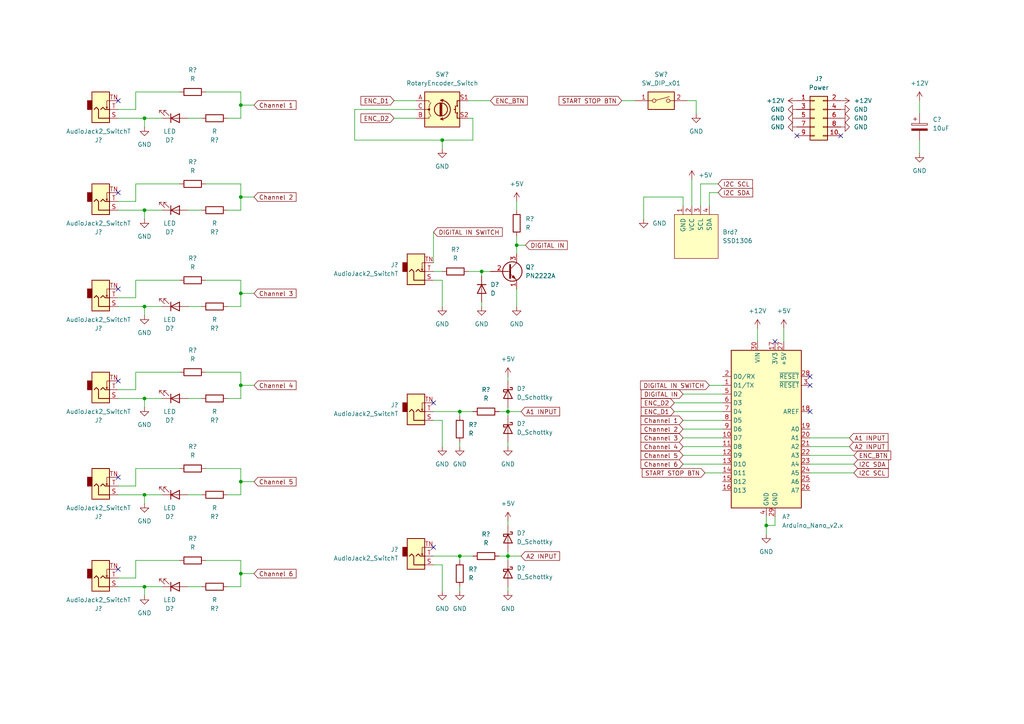
<source format=kicad_sch>
(kicad_sch (version 20211123) (generator eeschema)
  (paper "A4")
  (lib_symbols
    (symbol "Connector:AudioJack2_SwitchT"
      (property "Reference" "J" (at 0 8.89 0))
      (property "Value" "AudioJack2_SwitchT" (at 0 6.35 0))
      (symbol "AudioJack2_SwitchT_0_1"
        (rectangle (start -2.54 0) (end -3.81 -2.54) (stroke (width 0.254)) (fill (type outline)))
        (polyline (pts (xy 1.778 -0.254) (xy 2.032 -0.762)))
        (polyline (pts (xy 0 0) (xy 0.635 -0.635) (xy 1.27 0) (xy 2.54 0)) (stroke (width 0.254)))
        (polyline (pts (xy 2.54 -2.54) (xy 1.778 -2.54) (xy 1.778 -0.254) (xy 1.524 -0.762)))
        (polyline (pts (xy 2.54 2.54) (xy -0.635 2.54) (xy -0.635 0) (xy -1.27 -0.635) (xy -1.905 0)) (stroke (width 0.254)))
        (rectangle (start 2.54 3.81) (end -2.54 -5.08) (stroke (width 0.254)) (fill (type background)))
      )
      (symbol "AudioJack2_SwitchT_1_1"
        (pin passive line (at 5.08 2.54 180) (length 2.54) (name "~") (number "S"))
        (pin passive line (at 5.08 0 180) (length 2.54) (name "~") (number "T"))
        (pin passive line (at 5.08 -2.54 180) (length 2.54) (name "~") (number "TN"))
      )
    )
    (symbol "Connector_Generic:Conn_02x05_Odd_Even" (pin_names (offset 1.016) hide)
      (property "Reference" "J" (at 1.27 7.62 0))
      (property "Value" "Conn_02x05_Odd_Even" (at 1.27 -7.62 0))
      (symbol "Conn_02x05_Odd_Even_1_1"
        (rectangle (start -1.27 -4.953) (end 0 -5.207) (stroke (width 0.1524)))
        (rectangle (start -1.27 -2.413) (end 0 -2.667) (stroke (width 0.1524)))
        (rectangle (start -1.27 0.127) (end 0 -0.127) (stroke (width 0.1524)))
        (rectangle (start -1.27 2.667) (end 0 2.413) (stroke (width 0.1524)))
        (rectangle (start -1.27 5.207) (end 0 4.953) (stroke (width 0.1524)))
        (rectangle (start -1.27 6.35) (end 3.81 -6.35) (stroke (width 0.254)) (fill (type background)))
        (rectangle (start 3.81 -4.953) (end 2.54 -5.207) (stroke (width 0.1524)))
        (rectangle (start 3.81 -2.413) (end 2.54 -2.667) (stroke (width 0.1524)))
        (rectangle (start 3.81 0.127) (end 2.54 -0.127) (stroke (width 0.1524)))
        (rectangle (start 3.81 2.667) (end 2.54 2.413) (stroke (width 0.1524)))
        (rectangle (start 3.81 5.207) (end 2.54 4.953) (stroke (width 0.1524)))
        (pin passive line (at -5.08 5.08 0) (length 3.81) (name "Pin_1") (number "1"))
        (pin passive line (at 7.62 -5.08 180) (length 3.81) (name "Pin_10") (number "10"))
        (pin passive line (at 7.62 5.08 180) (length 3.81) (name "Pin_2") (number "2"))
        (pin passive line (at -5.08 2.54 0) (length 3.81) (name "Pin_3") (number "3"))
        (pin passive line (at 7.62 2.54 180) (length 3.81) (name "Pin_4") (number "4"))
        (pin passive line (at -5.08 0 0) (length 3.81) (name "Pin_5") (number "5"))
        (pin passive line (at 7.62 0 180) (length 3.81) (name "Pin_6") (number "6"))
        (pin passive line (at -5.08 -2.54 0) (length 3.81) (name "Pin_7") (number "7"))
        (pin passive line (at 7.62 -2.54 180) (length 3.81) (name "Pin_8") (number "8"))
        (pin passive line (at -5.08 -5.08 0) (length 3.81) (name "Pin_9") (number "9"))
      )
    )
    (symbol "Device:C_Polarized" (pin_numbers hide) (pin_names (offset 0.254))
      (property "Reference" "C" (at 0.635 2.54 0))
      (property "Value" "C_Polarized" (at 0.635 -2.54 0))
      (symbol "C_Polarized_0_1"
        (rectangle (start -2.286 0.508) (end 2.286 1.016))
        (polyline (pts (xy -1.778 2.286) (xy -0.762 2.286)))
        (polyline (pts (xy -1.27 2.794) (xy -1.27 1.778)))
        (rectangle (start 2.286 -0.508) (end -2.286 -1.016) (fill (type outline)))
      )
      (symbol "C_Polarized_1_1"
        (pin passive line (at 0 3.81 270) (length 2.794) (name "~") (number "1"))
        (pin passive line (at 0 -3.81 90) (length 2.794) (name "~") (number "2"))
      )
    )
    (symbol "Device:D" (pin_numbers hide) (pin_names (offset 1.016) hide)
      (property "Reference" "D" (at 0 2.54 0))
      (property "Value" "D" (at 0 -2.54 0))
      (symbol "D_0_1"
        (polyline (pts (xy -1.27 1.27) (xy -1.27 -1.27)) (stroke (width 0.254)))
        (polyline (pts (xy 1.27 0) (xy -1.27 0)))
        (polyline (pts (xy 1.27 1.27) (xy 1.27 -1.27) (xy -1.27 0) (xy 1.27 1.27)) (stroke (width 0.254)))
      )
      (symbol "D_1_1"
        (pin passive line (at -3.81 0 0) (length 2.54) (name "K") (number "1"))
        (pin passive line (at 3.81 0 180) (length 2.54) (name "A") (number "2"))
      )
    )
    (symbol "Device:D_Schottky" (pin_numbers hide) (pin_names (offset 1.016) hide)
      (property "Reference" "D" (at 0 2.54 0))
      (property "Value" "D_Schottky" (at 0 -2.54 0))
      (symbol "D_Schottky_0_1"
        (polyline (pts (xy 1.27 0) (xy -1.27 0)))
        (polyline (pts (xy 1.27 1.27) (xy 1.27 -1.27) (xy -1.27 0) (xy 1.27 1.27)) (stroke (width 0.254)))
        (polyline (pts (xy -1.905 0.635) (xy -1.905 1.27) (xy -1.27 1.27) (xy -1.27 -1.27) (xy -0.635 -1.27) (xy -0.635 -0.635)) (stroke (width 0.254)))
      )
      (symbol "D_Schottky_1_1"
        (pin passive line (at -3.81 0 0) (length 2.54) (name "K") (number "1"))
        (pin passive line (at 3.81 0 180) (length 2.54) (name "A") (number "2"))
      )
    )
    (symbol "Device:LED" (pin_numbers hide) (pin_names (offset 1.016) hide)
      (property "Reference" "D" (at 0 2.54 0))
      (property "Value" "LED" (at 0 -2.54 0))
      (symbol "LED_0_1"
        (polyline (pts (xy -1.27 -1.27) (xy -1.27 1.27)) (stroke (width 0.254)))
        (polyline (pts (xy -1.27 0) (xy 1.27 0)))
        (polyline (pts (xy 1.27 -1.27) (xy 1.27 1.27) (xy -1.27 0) (xy 1.27 -1.27)) (stroke (width 0.254)))
        (polyline (pts (xy -3.048 -0.762) (xy -4.572 -2.286) (xy -3.81 -2.286) (xy -4.572 -2.286) (xy -4.572 -1.524)))
        (polyline (pts (xy -1.778 -0.762) (xy -3.302 -2.286) (xy -2.54 -2.286) (xy -3.302 -2.286) (xy -3.302 -1.524)))
      )
      (symbol "LED_1_1"
        (pin passive line (at -3.81 0 0) (length 2.54) (name "K") (number "1"))
        (pin passive line (at 3.81 0 180) (length 2.54) (name "A") (number "2"))
      )
    )
    (symbol "Device:R" (pin_numbers hide) (pin_names (offset 0))
      (property "Reference" "R" (at 2.032 0 90))
      (property "Value" "R" (at 0 0 90))
      (symbol "R_0_1"
        (rectangle (start -1.016 -2.54) (end 1.016 2.54) (stroke (width 0.254)))
      )
      (symbol "R_1_1"
        (pin passive line (at 0 3.81 270) (length 1.27) (name "~") (number "1"))
        (pin passive line (at 0 -3.81 90) (length 1.27) (name "~") (number "2"))
      )
    )
    (symbol "Device:RotaryEncoder_Switch" (pin_names (offset 0.254) hide)
      (property "Reference" "SW" (at 0 6.604 0))
      (property "Value" "RotaryEncoder_Switch" (at 0 -6.604 0))
      (symbol "RotaryEncoder_Switch_0_1"
        (rectangle (start -5.08 5.08) (end 5.08 -5.08) (stroke (width 0.254)) (fill (type background)))
        (circle (center -3.81 0) (radius 0.254) (fill (type outline)))
        (arc (start -0.381 -2.794) (mid 2.3622 -0.0508) (end -0.381 2.667) (stroke (width 0.254)))
        (circle (center -0.381 0) (radius 1.905) (stroke (width 0.254)))
        (polyline (pts (xy -0.635 -1.778) (xy -0.635 1.778)) (stroke (width 0.254)))
        (polyline (pts (xy -0.381 -1.778) (xy -0.381 1.778)) (stroke (width 0.254)))
        (polyline (pts (xy -0.127 1.778) (xy -0.127 -1.778)) (stroke (width 0.254)))
        (polyline (pts (xy 3.81 0) (xy 3.429 0)) (stroke (width 0.254)))
        (polyline (pts (xy 3.81 1.016) (xy 3.81 -1.016)) (stroke (width 0.254)))
        (polyline (pts (xy -5.08 -2.54) (xy -3.81 -2.54) (xy -3.81 -2.032)))
        (polyline (pts (xy -5.08 2.54) (xy -3.81 2.54) (xy -3.81 2.032)))
        (polyline (pts (xy 0.254 -3.048) (xy -0.508 -2.794) (xy 0.127 -2.413)) (stroke (width 0.254)))
        (polyline (pts (xy 0.254 2.921) (xy -0.508 2.667) (xy 0.127 2.286)) (stroke (width 0.254)))
        (polyline (pts (xy 5.08 -2.54) (xy 4.318 -2.54) (xy 4.318 -1.016)) (stroke (width 0.254)))
        (polyline (pts (xy 5.08 2.54) (xy 4.318 2.54) (xy 4.318 1.016)) (stroke (width 0.254)))
        (polyline (pts (xy -5.08 0) (xy -3.81 0) (xy -3.81 -1.016) (xy -3.302 -2.032)))
        (polyline (pts (xy -4.318 0) (xy -3.81 0) (xy -3.81 1.016) (xy -3.302 2.032)))
        (circle (center 4.318 -1.016) (radius 0.127) (stroke (width 0.254)))
        (circle (center 4.318 1.016) (radius 0.127) (stroke (width 0.254)))
      )
      (symbol "RotaryEncoder_Switch_1_1"
        (pin passive line (at -7.62 2.54 0) (length 2.54) (name "A") (number "A"))
        (pin passive line (at -7.62 -2.54 0) (length 2.54) (name "B") (number "B"))
        (pin passive line (at -7.62 0 0) (length 2.54) (name "C") (number "C"))
        (pin passive line (at 7.62 2.54 180) (length 2.54) (name "S1") (number "S1"))
        (pin passive line (at 7.62 -2.54 180) (length 2.54) (name "S2") (number "S2"))
      )
    )
    (symbol "MCU_Module:Arduino_Nano_v2.x"
      (property "Reference" "A" (at -10.16 23.495 0))
      (property "Value" "Arduino_Nano_v2.x" (at 5.08 -24.13 0))
      (symbol "Arduino_Nano_v2.x_0_1"
        (rectangle (start -10.16 22.86) (end 10.16 -22.86) (stroke (width 0.254)) (fill (type background)))
      )
      (symbol "Arduino_Nano_v2.x_1_1"
        (pin bidirectional line (at -12.7 12.7 0) (length 2.54) (name "D1/TX") (number "1"))
        (pin bidirectional line (at -12.7 -2.54 0) (length 2.54) (name "D7") (number "10"))
        (pin bidirectional line (at -12.7 -5.08 0) (length 2.54) (name "D8") (number "11"))
        (pin bidirectional line (at -12.7 -7.62 0) (length 2.54) (name "D9") (number "12"))
        (pin bidirectional line (at -12.7 -10.16 0) (length 2.54) (name "D10") (number "13"))
        (pin bidirectional line (at -12.7 -12.7 0) (length 2.54) (name "D11") (number "14"))
        (pin bidirectional line (at -12.7 -15.24 0) (length 2.54) (name "D12") (number "15"))
        (pin bidirectional line (at -12.7 -17.78 0) (length 2.54) (name "D13") (number "16"))
        (pin power_out line (at 2.54 25.4 270) (length 2.54) (name "3V3") (number "17"))
        (pin input line (at 12.7 5.08 180) (length 2.54) (name "AREF") (number "18"))
        (pin bidirectional line (at 12.7 0 180) (length 2.54) (name "A0") (number "19"))
        (pin bidirectional line (at -12.7 15.24 0) (length 2.54) (name "D0/RX") (number "2"))
        (pin bidirectional line (at 12.7 -2.54 180) (length 2.54) (name "A1") (number "20"))
        (pin bidirectional line (at 12.7 -5.08 180) (length 2.54) (name "A2") (number "21"))
        (pin bidirectional line (at 12.7 -7.62 180) (length 2.54) (name "A3") (number "22"))
        (pin bidirectional line (at 12.7 -10.16 180) (length 2.54) (name "A4") (number "23"))
        (pin bidirectional line (at 12.7 -12.7 180) (length 2.54) (name "A5") (number "24"))
        (pin bidirectional line (at 12.7 -15.24 180) (length 2.54) (name "A6") (number "25"))
        (pin bidirectional line (at 12.7 -17.78 180) (length 2.54) (name "A7") (number "26"))
        (pin power_out line (at 5.08 25.4 270) (length 2.54) (name "+5V") (number "27"))
        (pin input line (at 12.7 15.24 180) (length 2.54) (name "~{RESET}") (number "28"))
        (pin power_in line (at 2.54 -25.4 90) (length 2.54) (name "GND") (number "29"))
        (pin input line (at 12.7 12.7 180) (length 2.54) (name "~{RESET}") (number "3"))
        (pin power_in line (at -2.54 25.4 270) (length 2.54) (name "VIN") (number "30"))
        (pin power_in line (at 0 -25.4 90) (length 2.54) (name "GND") (number "4"))
        (pin bidirectional line (at -12.7 10.16 0) (length 2.54) (name "D2") (number "5"))
        (pin bidirectional line (at -12.7 7.62 0) (length 2.54) (name "D3") (number "6"))
        (pin bidirectional line (at -12.7 5.08 0) (length 2.54) (name "D4") (number "7"))
        (pin bidirectional line (at -12.7 2.54 0) (length 2.54) (name "D5") (number "8"))
        (pin bidirectional line (at -12.7 0 0) (length 2.54) (name "D6") (number "9"))
      )
    )
    (symbol "SSD1306-128x64_OLED:SSD1306" (pin_names (offset 1.016))
      (property "Reference" "Brd" (at 0 -3.81 0))
      (property "Value" "SSD1306" (at 0 -1.27 0))
      (symbol "SSD1306_0_1"
        (rectangle (start -6.35 6.35) (end 6.35 -6.35) (fill (type background)))
      )
      (symbol "SSD1306_1_1"
        (pin input line (at -3.81 8.89 270) (length 2.54) (name "GND") (number "1"))
        (pin input line (at -1.27 8.89 270) (length 2.54) (name "VCC") (number "2"))
        (pin input line (at 1.27 8.89 270) (length 2.54) (name "SCL") (number "3"))
        (pin input line (at 3.81 8.89 270) (length 2.54) (name "SDA") (number "4"))
      )
    )
    (symbol "Switch:SW_DIP_x01" (pin_names (offset 0) hide)
      (property "Reference" "SW" (at 0 3.81 0))
      (property "Value" "SW_DIP_x01" (at 0 -3.81 0))
      (symbol "SW_DIP_x01_0_0"
        (circle (center -2.032 0) (radius 0.508))
        (polyline (pts (xy -1.524 0.127) (xy 2.3622 1.1684)))
        (circle (center 2.032 0) (radius 0.508))
      )
      (symbol "SW_DIP_x01_0_1"
        (rectangle (start -3.81 2.54) (end 3.81 -2.54) (stroke (width 0.254)) (fill (type background)))
      )
      (symbol "SW_DIP_x01_1_1"
        (pin passive line (at -7.62 0 0) (length 5.08) (name "~") (number "1"))
        (pin passive line (at 7.62 0 180) (length 5.08) (name "~") (number "2"))
      )
    )
    (symbol "Transistor_BJT:PN2222A" (pin_names (offset 0) hide)
      (property "Reference" "Q" (at 5.08 1.905 0))
      (property "Value" "PN2222A" (at 5.08 0 0))
      (symbol "PN2222A_0_1"
        (polyline (pts (xy 0 0) (xy 0.635 0)))
        (polyline (pts (xy 2.54 -2.54) (xy 0.635 -0.635)))
        (polyline (pts (xy 2.54 2.54) (xy 0.635 0.635)))
        (polyline (pts (xy 0.635 1.905) (xy 0.635 -1.905) (xy 0.635 -1.905)) (stroke (width 0.508)))
        (polyline (pts (xy 2.413 -2.413) (xy 1.905 -1.905) (xy 1.905 -1.905)))
        (polyline (pts (xy 1.143 -1.651) (xy 1.651 -1.143) (xy 2.159 -2.159) (xy 1.143 -1.651) (xy 1.143 -1.651)) (fill (type outline)))
        (circle (center 1.27 0) (radius 2.8194) (stroke (width 0.254)))
      )
      (symbol "PN2222A_1_1"
        (pin passive line (at 2.54 -5.08 90) (length 2.54) (name "E") (number "1"))
        (pin input line (at -5.08 0 0) (length 5.08) (name "B") (number "2"))
        (pin passive line (at 2.54 5.08 270) (length 2.54) (name "C") (number "3"))
      )
    )
    (symbol "power:+12V" (power) (pin_names (offset 0))
      (property "Value" "+12V" (at 0 3.556 0))
      (symbol "+12V_0_1"
        (polyline (pts (xy -0.762 1.27) (xy 0 2.54)))
        (polyline (pts (xy 0 0) (xy 0 2.54)))
        (polyline (pts (xy 0 2.54) (xy 0.762 1.27)))
      )
      (symbol "+12V_1_1"
        (pin power_in line (at 0 0 90) (length 0) hide (name "+12V") (number "1"))
      )
    )
    (symbol "power:+5V" (power) (pin_names (offset 0))
      (property "Value" "+5V" (at 0 3.556 0))
      (symbol "+5V_0_1"
        (polyline (pts (xy -0.762 1.27) (xy 0 2.54)))
        (polyline (pts (xy 0 0) (xy 0 2.54)))
        (polyline (pts (xy 0 2.54) (xy 0.762 1.27)))
      )
      (symbol "+5V_1_1"
        (pin power_in line (at 0 0 90) (length 0) hide (name "+5V") (number "1"))
      )
    )
    (symbol "power:GND" (power) (pin_names (offset 0))
      (property "Value" "GND" (at 0 -3.81 0))
      (symbol "GND_0_1"
        (polyline (pts (xy 0 0) (xy 0 -1.27) (xy 1.27 -1.27) (xy 0 -2.54) (xy -1.27 -1.27) (xy 0 -1.27)))
      )
      (symbol "GND_1_1"
        (pin power_in line (at 0 0 270) (length 0) hide (name "GND") (number "1"))
      )
    )
  )
  (junction (at 133.35 119.38))
  (junction (at 149.86 71.12))
  (junction (at 41.91 34.29))
  (junction (at 41.91 143.51))
  (junction (at 69.85 139.7))
  (junction (at 147.32 119.38))
  (junction (at 139.7 78.74))
  (junction (at 133.35 161.29))
  (junction (at 41.91 115.57))
  (junction (at 69.85 85.09))
  (junction (at 41.91 170.18))
  (junction (at 69.85 57.15))
  (junction (at 128.27 40.64))
  (junction (at 69.85 166.37))
  (junction (at 41.91 60.96))
  (junction (at 69.85 111.76))
  (junction (at 222.25 152.4))
  (junction (at 41.91 88.9))
  (junction (at 147.32 161.29))
  (junction (at 69.85 30.48))
  (no_connect (at 34.29 110.49))
  (no_connect (at 234.95 109.22))
  (no_connect (at 34.29 165.1))
  (no_connect (at 234.95 111.76))
  (no_connect (at 234.95 119.38))
  (no_connect (at 125.73 158.75))
  (no_connect (at 34.29 138.43))
  (no_connect (at 34.29 83.82))
  (no_connect (at 34.29 55.88))
  (no_connect (at 243.84 39.37))
  (no_connect (at 224.79 99.06))
  (no_connect (at 34.29 29.21))
  (no_connect (at 231.14 39.37))
  (no_connect (at 125.73 116.84))
  (wire (pts (xy 102.87 40.64) (xy 128.27 40.64)))
  (wire (pts (xy 147.32 119.38) (xy 147.32 120.65)))
  (wire (pts (xy 203.2 53.34) (xy 203.2 59.69)))
  (wire (pts (xy 69.85 166.37) (xy 69.85 170.18)))
  (wire (pts (xy 147.32 119.38) (xy 151.13 119.38)))
  (wire (pts (xy 135.89 78.74) (xy 139.7 78.74)))
  (wire (pts (xy 39.37 58.42) (xy 39.37 53.34)))
  (wire (pts (xy 198.12 124.46) (xy 209.55 124.46)))
  (wire (pts (xy 149.86 71.12) (xy 149.86 73.66)))
  (wire (pts (xy 54.61 143.51) (xy 58.42 143.51)))
  (wire (pts (xy 125.73 78.74) (xy 128.27 78.74)))
  (wire (pts (xy 147.32 161.29) (xy 147.32 162.56)))
  (wire (pts (xy 137.16 34.29) (xy 137.16 40.64)))
  (wire (pts (xy 137.16 40.64) (xy 128.27 40.64)))
  (wire (pts (xy 39.37 26.67) (xy 52.07 26.67)))
  (wire (pts (xy 34.29 34.29) (xy 41.91 34.29)))
  (wire (pts (xy 222.25 152.4) (xy 224.79 152.4)))
  (wire (pts (xy 41.91 34.29) (xy 46.99 34.29)))
  (wire (pts (xy 149.86 83.82) (xy 149.86 88.9)))
  (wire (pts (xy 34.29 88.9) (xy 41.91 88.9)))
  (wire (pts (xy 137.16 161.29) (xy 133.35 161.29)))
  (wire (pts (xy 205.74 111.76) (xy 209.55 111.76)))
  (wire (pts (xy 135.89 29.21) (xy 142.24 29.21)))
  (wire (pts (xy 39.37 140.97) (xy 39.37 135.89)))
  (wire (pts (xy 198.12 57.15) (xy 198.12 59.69)))
  (wire (pts (xy 39.37 167.64) (xy 39.37 162.56)))
  (wire (pts (xy 208.28 53.34) (xy 203.2 53.34)))
  (wire (pts (xy 54.61 115.57) (xy 58.42 115.57)))
  (wire (pts (xy 39.37 162.56) (xy 52.07 162.56)))
  (wire (pts (xy 114.3 29.21) (xy 120.65 29.21)))
  (wire (pts (xy 133.35 119.38) (xy 133.35 120.65)))
  (wire (pts (xy 41.91 60.96) (xy 41.91 63.5)))
  (wire (pts (xy 39.37 31.75) (xy 39.37 26.67)))
  (wire (pts (xy 149.86 58.42) (xy 149.86 60.96)))
  (wire (pts (xy 227.33 95.25) (xy 227.33 99.06)))
  (wire (pts (xy 34.29 140.97) (xy 39.37 140.97)))
  (wire (pts (xy 34.29 170.18) (xy 41.91 170.18)))
  (wire (pts (xy 59.69 26.67) (xy 69.85 26.67)))
  (wire (pts (xy 133.35 161.29) (xy 133.35 162.56)))
  (wire (pts (xy 184.15 29.21) (xy 180.34 29.21)))
  (wire (pts (xy 69.85 53.34) (xy 69.85 57.15)))
  (wire (pts (xy 54.61 34.29) (xy 58.42 34.29)))
  (wire (pts (xy 125.73 121.92) (xy 128.27 121.92)))
  (wire (pts (xy 198.12 134.62) (xy 209.55 134.62)))
  (wire (pts (xy 266.7 29.21) (xy 266.7 33.02)))
  (wire (pts (xy 135.89 34.29) (xy 137.16 34.29)))
  (wire (pts (xy 147.32 160.02) (xy 147.32 161.29)))
  (wire (pts (xy 147.32 109.22) (xy 147.32 110.49)))
  (wire (pts (xy 41.91 60.96) (xy 46.99 60.96)))
  (wire (pts (xy 234.95 129.54) (xy 246.38 129.54)))
  (wire (pts (xy 39.37 81.28) (xy 52.07 81.28)))
  (wire (pts (xy 224.79 149.86) (xy 224.79 152.4)))
  (wire (pts (xy 147.32 128.27) (xy 147.32 129.54)))
  (wire (pts (xy 69.85 81.28) (xy 69.85 85.09)))
  (wire (pts (xy 54.61 60.96) (xy 58.42 60.96)))
  (wire (pts (xy 34.29 58.42) (xy 39.37 58.42)))
  (wire (pts (xy 34.29 86.36) (xy 39.37 86.36)))
  (wire (pts (xy 147.32 151.13) (xy 147.32 152.4)))
  (wire (pts (xy 69.85 57.15) (xy 69.85 60.96)))
  (wire (pts (xy 200.66 52.07) (xy 200.66 59.69)))
  (wire (pts (xy 234.95 127) (xy 246.38 127)))
  (wire (pts (xy 39.37 107.95) (xy 52.07 107.95)))
  (wire (pts (xy 69.85 107.95) (xy 69.85 111.76)))
  (wire (pts (xy 41.91 34.29) (xy 41.91 36.83)))
  (wire (pts (xy 147.32 170.18) (xy 147.32 171.45)))
  (wire (pts (xy 204.47 137.16) (xy 209.55 137.16)))
  (wire (pts (xy 139.7 87.63) (xy 139.7 88.9)))
  (wire (pts (xy 34.29 143.51) (xy 41.91 143.51)))
  (wire (pts (xy 41.91 115.57) (xy 41.91 118.11)))
  (wire (pts (xy 198.12 127) (xy 209.55 127)))
  (wire (pts (xy 69.85 26.67) (xy 69.85 30.48)))
  (wire (pts (xy 41.91 170.18) (xy 46.99 170.18)))
  (wire (pts (xy 205.74 55.88) (xy 205.74 59.69)))
  (wire (pts (xy 69.85 111.76) (xy 69.85 115.57)))
  (wire (pts (xy 34.29 113.03) (xy 39.37 113.03)))
  (wire (pts (xy 144.78 161.29) (xy 147.32 161.29)))
  (wire (pts (xy 198.12 132.08) (xy 209.55 132.08)))
  (wire (pts (xy 69.85 30.48) (xy 73.66 30.48)))
  (wire (pts (xy 128.27 81.28) (xy 128.27 88.9)))
  (wire (pts (xy 69.85 166.37) (xy 73.66 166.37)))
  (wire (pts (xy 34.29 31.75) (xy 39.37 31.75)))
  (wire (pts (xy 120.65 31.75) (xy 102.87 31.75)))
  (wire (pts (xy 198.12 121.92) (xy 209.55 121.92)))
  (wire (pts (xy 186.69 63.5) (xy 186.69 57.15)))
  (wire (pts (xy 69.85 115.57) (xy 66.04 115.57)))
  (wire (pts (xy 266.7 40.64) (xy 266.7 44.45)))
  (wire (pts (xy 198.12 129.54) (xy 209.55 129.54)))
  (wire (pts (xy 149.86 71.12) (xy 152.4 71.12)))
  (wire (pts (xy 41.91 143.51) (xy 41.91 146.05)))
  (wire (pts (xy 139.7 78.74) (xy 139.7 80.01)))
  (wire (pts (xy 201.93 29.21) (xy 199.39 29.21)))
  (wire (pts (xy 234.95 137.16) (xy 247.65 137.16)))
  (wire (pts (xy 41.91 143.51) (xy 46.99 143.51)))
  (wire (pts (xy 125.73 81.28) (xy 128.27 81.28)))
  (wire (pts (xy 198.12 114.3) (xy 209.55 114.3)))
  (wire (pts (xy 114.3 34.29) (xy 120.65 34.29)))
  (wire (pts (xy 201.93 29.21) (xy 201.93 33.02)))
  (wire (pts (xy 195.58 116.84) (xy 209.55 116.84)))
  (wire (pts (xy 39.37 113.03) (xy 39.37 107.95)))
  (wire (pts (xy 34.29 60.96) (xy 41.91 60.96)))
  (wire (pts (xy 69.85 143.51) (xy 66.04 143.51)))
  (wire (pts (xy 69.85 85.09) (xy 69.85 88.9)))
  (wire (pts (xy 137.16 119.38) (xy 133.35 119.38)))
  (wire (pts (xy 54.61 88.9) (xy 58.42 88.9)))
  (wire (pts (xy 102.87 31.75) (xy 102.87 40.64)))
  (wire (pts (xy 41.91 88.9) (xy 46.99 88.9)))
  (wire (pts (xy 195.58 119.38) (xy 209.55 119.38)))
  (wire (pts (xy 69.85 34.29) (xy 66.04 34.29)))
  (wire (pts (xy 41.91 115.57) (xy 46.99 115.57)))
  (wire (pts (xy 125.73 67.31) (xy 125.73 76.2)))
  (wire (pts (xy 149.86 68.58) (xy 149.86 71.12)))
  (wire (pts (xy 69.85 139.7) (xy 73.66 139.7)))
  (wire (pts (xy 234.95 134.62) (xy 247.65 134.62)))
  (wire (pts (xy 128.27 40.64) (xy 128.27 43.18)))
  (wire (pts (xy 69.85 30.48) (xy 69.85 34.29)))
  (wire (pts (xy 59.69 53.34) (xy 69.85 53.34)))
  (wire (pts (xy 59.69 135.89) (xy 69.85 135.89)))
  (wire (pts (xy 41.91 170.18) (xy 41.91 172.72)))
  (wire (pts (xy 133.35 119.38) (xy 125.73 119.38)))
  (wire (pts (xy 147.32 118.11) (xy 147.32 119.38)))
  (wire (pts (xy 222.25 149.86) (xy 222.25 152.4)))
  (wire (pts (xy 69.85 111.76) (xy 73.66 111.76)))
  (wire (pts (xy 69.85 88.9) (xy 66.04 88.9)))
  (wire (pts (xy 133.35 128.27) (xy 133.35 129.54)))
  (wire (pts (xy 69.85 60.96) (xy 66.04 60.96)))
  (wire (pts (xy 41.91 88.9) (xy 41.91 91.44)))
  (wire (pts (xy 54.61 170.18) (xy 58.42 170.18)))
  (wire (pts (xy 147.32 161.29) (xy 151.13 161.29)))
  (wire (pts (xy 39.37 53.34) (xy 52.07 53.34)))
  (wire (pts (xy 186.69 57.15) (xy 198.12 57.15)))
  (wire (pts (xy 219.71 95.25) (xy 219.71 99.06)))
  (wire (pts (xy 128.27 121.92) (xy 128.27 129.54)))
  (wire (pts (xy 69.85 57.15) (xy 73.66 57.15)))
  (wire (pts (xy 139.7 78.74) (xy 142.24 78.74)))
  (wire (pts (xy 34.29 115.57) (xy 41.91 115.57)))
  (wire (pts (xy 133.35 170.18) (xy 133.35 171.45)))
  (wire (pts (xy 59.69 107.95) (xy 69.85 107.95)))
  (wire (pts (xy 69.85 135.89) (xy 69.85 139.7)))
  (wire (pts (xy 34.29 167.64) (xy 39.37 167.64)))
  (wire (pts (xy 234.95 132.08) (xy 247.65 132.08)))
  (wire (pts (xy 69.85 139.7) (xy 69.85 143.51)))
  (wire (pts (xy 59.69 162.56) (xy 69.85 162.56)))
  (wire (pts (xy 133.35 161.29) (xy 125.73 161.29)))
  (wire (pts (xy 144.78 119.38) (xy 147.32 119.38)))
  (wire (pts (xy 208.28 55.88) (xy 205.74 55.88)))
  (wire (pts (xy 222.25 152.4) (xy 222.25 154.94)))
  (wire (pts (xy 69.85 162.56) (xy 69.85 166.37)))
  (wire (pts (xy 39.37 135.89) (xy 52.07 135.89)))
  (wire (pts (xy 128.27 163.83) (xy 128.27 171.45)))
  (wire (pts (xy 59.69 81.28) (xy 69.85 81.28)))
  (wire (pts (xy 39.37 86.36) (xy 39.37 81.28)))
  (wire (pts (xy 125.73 163.83) (xy 128.27 163.83)))
  (wire (pts (xy 69.85 85.09) (xy 73.66 85.09)))
  (wire (pts (xy 69.85 170.18) (xy 66.04 170.18)))
  (global_label "START STOP BTN" (shape input) (at 180.34 29.21 180) (property "Intersheet References" "${INTERSHEET_REFS}" (effects hide)))
  (global_label "A2 INPUT" (shape input) (at 246.38 129.54 0) (property "Intersheet References" "${INTERSHEET_REFS}" (effects hide)))
  (global_label "Channel 5" (shape input) (at 198.12 132.08 180) (property "Intersheet References" "${INTERSHEET_REFS}" (effects hide)))
  (global_label "Channel 1" (shape input) (at 198.12 121.92 180) (property "Intersheet References" "${INTERSHEET_REFS}" (effects hide)))
  (global_label "Channel 4" (shape input) (at 198.12 129.54 180) (property "Intersheet References" "${INTERSHEET_REFS}" (effects hide)))
  (global_label "ENC_BTN" (shape input) (at 247.65 132.08 0) (property "Intersheet References" "${INTERSHEET_REFS}" (effects hide)))
  (global_label "START STOP BTN" (shape input) (at 204.47 137.16 180) (property "Intersheet References" "${INTERSHEET_REFS}" (effects hide)))
  (global_label "Channel 5" (shape input) (at 73.66 139.7 0) (property "Intersheet References" "${INTERSHEET_REFS}" (effects hide)))
  (global_label "ENC_D2" (shape input) (at 114.3 34.29 180) (property "Intersheet References" "${INTERSHEET_REFS}" (effects hide)))
  (global_label "Channel 3" (shape input) (at 198.12 127 180) (property "Intersheet References" "${INTERSHEET_REFS}" (effects hide)))
  (global_label "A1 INPUT" (shape input) (at 151.13 119.38 0) (property "Intersheet References" "${INTERSHEET_REFS}" (effects hide)))
  (global_label "Channel 3" (shape input) (at 73.66 85.09 0) (property "Intersheet References" "${INTERSHEET_REFS}" (effects hide)))
  (global_label "ENC_BTN" (shape input) (at 142.24 29.21 0) (property "Intersheet References" "${INTERSHEET_REFS}" (effects hide)))
  (global_label "DIGITAL IN SWITCH" (shape input) (at 125.73 67.31 0) (property "Intersheet References" "${INTERSHEET_REFS}" (effects hide)))
  (global_label "DIGITAL IN SWITCH" (shape input) (at 205.74 111.76 180) (property "Intersheet References" "${INTERSHEET_REFS}" (effects hide)))
  (global_label "DIGITAL IN" (shape input) (at 198.12 114.3 180) (property "Intersheet References" "${INTERSHEET_REFS}" (effects hide)))
  (global_label "I2C SDA" (shape input) (at 247.65 134.62 0) (property "Intersheet References" "${INTERSHEET_REFS}" (effects hide)))
  (global_label "Channel 6" (shape input) (at 73.66 166.37 0) (property "Intersheet References" "${INTERSHEET_REFS}" (effects hide)))
  (global_label "Channel 1" (shape input) (at 73.66 30.48 0) (property "Intersheet References" "${INTERSHEET_REFS}" (effects hide)))
  (global_label "DIGITAL IN" (shape input) (at 152.4 71.12 0) (property "Intersheet References" "${INTERSHEET_REFS}" (effects hide)))
  (global_label "ENC_D2" (shape input) (at 195.58 116.84 180) (property "Intersheet References" "${INTERSHEET_REFS}" (effects hide)))
  (global_label "ENC_D1" (shape input) (at 114.3 29.21 180) (property "Intersheet References" "${INTERSHEET_REFS}" (effects hide)))
  (global_label "Channel 2" (shape input) (at 73.66 57.15 0) (property "Intersheet References" "${INTERSHEET_REFS}" (effects hide)))
  (global_label "Channel 4" (shape input) (at 73.66 111.76 0) (property "Intersheet References" "${INTERSHEET_REFS}" (effects hide)))
  (global_label "ENC_D1" (shape input) (at 195.58 119.38 180) (property "Intersheet References" "${INTERSHEET_REFS}" (effects hide)))
  (global_label "Channel 2" (shape input) (at 198.12 124.46 180) (property "Intersheet References" "${INTERSHEET_REFS}" (effects hide)))
  (global_label "I2C SCL" (shape input) (at 208.28 53.34 0) (property "Intersheet References" "${INTERSHEET_REFS}" (effects hide)))
  (global_label "I2C SDA" (shape input) (at 208.28 55.88 0) (property "Intersheet References" "${INTERSHEET_REFS}" (effects hide)))
  (global_label "A2 INPUT" (shape input) (at 151.13 161.29 0) (property "Intersheet References" "${INTERSHEET_REFS}" (effects hide)))
  (global_label "I2C SCL" (shape input) (at 247.65 137.16 0) (property "Intersheet References" "${INTERSHEET_REFS}" (effects hide)))
  (global_label "Channel 6" (shape input) (at 198.12 134.62 180) (property "Intersheet References" "${INTERSHEET_REFS}" (effects hide)))
  (global_label "A1 INPUT" (shape input) (at 246.38 127 0) (property "Intersheet References" "${INTERSHEET_REFS}" (effects hide)))
  (symbol (lib_id "power:GND") (at 149.86 88.9 0) (unit 1)
    (property "Reference" "#PWR?" (effects hide))
    (property "Value" "GND" (at 149.86 93.98 0))
  )
  (symbol (lib_id "power:GND") (at 222.25 154.94 0) (unit 1)
    (property "Reference" "#PWR?" (effects hide))
    (property "Value" "GND" (at 222.25 160.02 0))
  )
  (symbol (lib_id "Connector:AudioJack2_SwitchT") (at 120.65 119.38 0) (mirror x) (unit 1)
    (property "Reference" "J?" (at 115.57 117.4749 0) (effects (justify right)))
    (property "Value" "AudioJack2_SwitchT" (at 115.57 120.0149 0) (effects (justify right)))
  )
  (symbol (lib_id "Connector:AudioJack2_SwitchT") (at 29.21 31.75 0) (mirror x) (unit 1)
    (property "Reference" "J?" (at 28.575 40.64 0))
    (property "Value" "AudioJack2_SwitchT" (at 28.575 38.1 0))
  )
  (symbol (lib_id "Device:LED") (at 50.8 88.9 0) (mirror x) (unit 1)
    (property "Reference" "D?" (at 49.2125 95.25 0))
    (property "Value" "LED" (at 49.2125 92.71 0))
  )
  (symbol (lib_id "power:GND") (at 133.35 171.45 0) (mirror y) (unit 1)
    (property "Reference" "#PWR?" (effects hide))
    (property "Value" "GND" (at 133.35 176.53 0))
  )
  (symbol (lib_id "power:+5V") (at 149.86 58.42 0) (unit 1)
    (property "Reference" "#PWR?" (effects hide))
    (property "Value" "+5V" (at 149.86 53.34 0))
  )
  (symbol (lib_id "Device:R") (at 133.35 124.46 0) (mirror y) (unit 1)
    (property "Reference" "R?" (at 135.89 123.1899 0) (effects (justify right)))
    (property "Value" "R" (at 135.89 125.7299 0) (effects (justify right)))
  )
  (symbol (lib_id "power:GND") (at 41.91 118.11 0) (mirror y) (unit 1)
    (property "Reference" "#PWR?" (effects hide))
    (property "Value" "GND" (at 41.91 123.19 0))
  )
  (symbol (lib_id "power:GND") (at 147.32 171.45 0) (mirror y) (unit 1)
    (property "Reference" "#PWR?" (effects hide))
    (property "Value" "GND" (at 147.32 176.53 0))
  )
  (symbol (lib_id "Connector:AudioJack2_SwitchT") (at 29.21 167.64 0) (mirror x) (unit 1)
    (property "Reference" "J?" (at 28.575 176.53 0))
    (property "Value" "AudioJack2_SwitchT" (at 28.575 173.99 0))
  )
  (symbol (lib_id "power:+12V") (at 219.71 95.25 0) (unit 1)
    (property "Reference" "#PWR?" (effects hide))
    (property "Value" "+12V" (at 219.71 90.17 0))
  )
  (symbol (lib_id "power:GND") (at 231.14 31.75 270) (unit 1)
    (property "Reference" "#PWR?" (effects hide))
    (property "Value" "GND" (at 223.52 31.75 90) (effects (justify left)))
  )
  (symbol (lib_id "power:GND") (at 133.35 129.54 0) (mirror y) (unit 1)
    (property "Reference" "#PWR?" (effects hide))
    (property "Value" "GND" (at 133.35 134.62 0))
  )
  (symbol (lib_id "Device:LED") (at 50.8 115.57 0) (mirror x) (unit 1)
    (property "Reference" "D?" (at 49.2125 121.92 0))
    (property "Value" "LED" (at 49.2125 119.38 0))
  )
  (symbol (lib_id "power:GND") (at 243.84 31.75 90) (unit 1)
    (property "Reference" "#PWR?" (effects hide))
    (property "Value" "GND" (at 247.65 31.7499 90) (effects (justify right)))
  )
  (symbol (lib_id "Device:R") (at 133.35 166.37 0) (mirror y) (unit 1)
    (property "Reference" "R?" (at 135.89 165.0999 0) (effects (justify right)))
    (property "Value" "R" (at 135.89 167.6399 0) (effects (justify right)))
  )
  (symbol (lib_id "power:GND") (at 266.7 44.45 0) (unit 1)
    (property "Reference" "#PWR?" (effects hide))
    (property "Value" "GND" (at 266.7 49.53 0))
  )
  (symbol (lib_id "power:GND") (at 243.84 36.83 90) (unit 1)
    (property "Reference" "#PWR?" (effects hide))
    (property "Value" "GND" (at 247.65 36.8299 90) (effects (justify right)))
  )
  (symbol (lib_id "Device:D_Schottky") (at 147.32 114.3 270) (unit 1)
    (property "Reference" "D?" (at 149.86 112.7124 90) (effects (justify left)))
    (property "Value" "D_Schottky" (at 149.86 115.2524 90) (effects (justify left)))
  )
  (symbol (lib_id "MCU_Module:Arduino_Nano_v2.x") (at 222.25 124.46 0) (unit 1)
    (property "Reference" "A?" (at 226.8094 149.86 0) (effects (justify left)))
    (property "Value" "Arduino_Nano_v2.x" (at 226.8094 152.4 0) (effects (justify left)))
    (property "Footprint" "Module:Arduino_Nano" (effects hide))
    (property "Datasheet" "https://www.arduino.cc/en/uploads/Main/ArduinoNanoManual23.pdf" (effects hide))
  )
  (symbol (lib_id "Device:D_Schottky") (at 147.32 124.46 270) (unit 1)
    (property "Reference" "D?" (at 149.86 122.8724 90) (effects (justify left)))
    (property "Value" "D_Schottky" (at 149.86 125.4124 90) (effects (justify left)))
  )
  (symbol (lib_id "Device:R") (at 62.23 88.9 90) (mirror x) (unit 1)
    (property "Reference" "R?" (at 62.23 95.25 90))
    (property "Value" "R" (at 62.23 92.71 90))
  )
  (symbol (lib_id "power:GND") (at 128.27 129.54 0) (mirror y) (unit 1)
    (property "Reference" "#PWR?" (effects hide))
    (property "Value" "GND" (at 128.27 134.62 0))
  )
  (symbol (lib_id "power:GND") (at 139.7 88.9 0) (unit 1)
    (property "Reference" "#PWR?" (effects hide))
    (property "Value" "GND" (at 139.7 93.98 0))
  )
  (symbol (lib_id "power:GND") (at 231.14 36.83 270) (unit 1)
    (property "Reference" "#PWR?" (effects hide))
    (property "Value" "GND" (at 223.52 36.83 90) (effects (justify left)))
  )
  (symbol (lib_id "Device:R") (at 62.23 143.51 90) (mirror x) (unit 1)
    (property "Reference" "R?" (at 62.23 149.86 90))
    (property "Value" "R" (at 62.23 147.32 90))
  )
  (symbol (lib_id "Device:LED") (at 50.8 34.29 0) (mirror x) (unit 1)
    (property "Reference" "D?" (at 49.2125 40.64 0))
    (property "Value" "LED" (at 49.2125 38.1 0))
  )
  (symbol (lib_id "Device:R") (at 132.08 78.74 90) (unit 1)
    (property "Reference" "R?" (at 132.08 72.39 90))
    (property "Value" "R" (at 132.08 74.93 90))
  )
  (symbol (lib_id "Device:R") (at 55.88 81.28 270) (mirror x) (unit 1)
    (property "Reference" "R?" (at 55.88 74.93 90))
    (property "Value" "R" (at 55.88 77.47 90))
  )
  (symbol (lib_id "Device:R") (at 62.23 60.96 90) (mirror x) (unit 1)
    (property "Reference" "R?" (at 62.23 67.31 90))
    (property "Value" "R" (at 62.23 64.77 90))
  )
  (symbol (lib_id "Connector:AudioJack2_SwitchT") (at 120.65 161.29 0) (mirror x) (unit 1)
    (property "Reference" "J?" (at 115.57 159.3849 0) (effects (justify right)))
    (property "Value" "AudioJack2_SwitchT" (at 115.57 161.9249 0) (effects (justify right)))
  )
  (symbol (lib_id "Device:R") (at 55.88 107.95 270) (mirror x) (unit 1)
    (property "Reference" "R?" (at 55.88 101.6 90))
    (property "Value" "R" (at 55.88 104.14 90))
  )
  (symbol (lib_id "Device:R") (at 140.97 161.29 270) (mirror x) (unit 1)
    (property "Reference" "R?" (at 140.97 154.94 90))
    (property "Value" "R" (at 140.97 157.48 90))
  )
  (symbol (lib_id "power:GND") (at 128.27 171.45 0) (mirror y) (unit 1)
    (property "Reference" "#PWR?" (effects hide))
    (property "Value" "GND" (at 128.27 176.53 0))
  )
  (symbol (lib_id "power:+12V") (at 231.14 29.21 90) (unit 1)
    (property "Reference" "#PWR?" (effects hide))
    (property "Value" "+12V" (at 222.25 29.21 90) (effects (justify right)))
  )
  (symbol (lib_id "power:GND") (at 186.69 63.5 0) (unit 1)
    (property "Reference" "#PWR?" (effects hide))
    (property "Value" "GND" (at 189.23 64.7699 0) (effects (justify left)))
  )
  (symbol (lib_id "SSD1306-128x64_OLED:SSD1306") (at 201.93 68.58 0) (unit 1)
    (property "Reference" "Brd?" (at 209.55 67.3099 0) (effects (justify left)))
    (property "Value" "SSD1306" (at 209.55 69.8499 0) (effects (justify left)))
  )
  (symbol (lib_id "power:GND") (at 41.91 63.5 0) (mirror y) (unit 1)
    (property "Reference" "#PWR?" (effects hide))
    (property "Value" "GND" (at 41.91 68.58 0))
  )
  (symbol (lib_id "power:GND") (at 201.93 33.02 0) (unit 1)
    (property "Reference" "#PWR?" (effects hide))
    (property "Value" "GND" (at 201.93 38.1 0))
  )
  (symbol (lib_id "Device:RotaryEncoder_Switch") (at 128.27 31.75 0) (unit 1)
    (property "Reference" "SW?" (at 128.27 21.59 0))
    (property "Value" "RotaryEncoder_Switch" (at 128.27 24.13 0))
  )
  (symbol (lib_id "Device:D_Schottky") (at 147.32 156.21 270) (unit 1)
    (property "Reference" "D?" (at 149.86 154.6224 90) (effects (justify left)))
    (property "Value" "D_Schottky" (at 149.86 157.1624 90) (effects (justify left)))
  )
  (symbol (lib_id "Device:LED") (at 50.8 170.18 0) (mirror x) (unit 1)
    (property "Reference" "D?" (at 49.2125 176.53 0))
    (property "Value" "LED" (at 49.2125 173.99 0))
  )
  (symbol (lib_id "Device:R") (at 62.23 34.29 90) (mirror x) (unit 1)
    (property "Reference" "R?" (at 62.23 40.64 90))
    (property "Value" "R" (at 62.23 38.1 90))
  )
  (symbol (lib_id "power:+12V") (at 243.84 29.21 270) (unit 1)
    (property "Reference" "#PWR?" (effects hide))
    (property "Value" "+12V" (at 247.65 29.2099 90) (effects (justify left)))
  )
  (symbol (lib_id "Connector:AudioJack2_SwitchT") (at 29.21 58.42 0) (mirror x) (unit 1)
    (property "Reference" "J?" (at 28.575 67.31 0))
    (property "Value" "AudioJack2_SwitchT" (at 28.575 64.77 0))
  )
  (symbol (lib_id "Device:R") (at 55.88 26.67 270) (mirror x) (unit 1)
    (property "Reference" "R?" (at 55.88 20.32 90))
    (property "Value" "R" (at 55.88 22.86 90))
  )
  (symbol (lib_id "power:GND") (at 41.91 36.83 0) (mirror y) (unit 1)
    (property "Reference" "#PWR?" (effects hide))
    (property "Value" "GND" (at 41.91 41.91 0))
  )
  (symbol (lib_id "power:+5V") (at 147.32 151.13 0) (mirror y) (unit 1)
    (property "Reference" "#PWR?" (effects hide))
    (property "Value" "+5V" (at 147.32 146.05 0))
  )
  (symbol (lib_id "power:+12V") (at 266.7 29.21 0) (unit 1)
    (property "Reference" "#PWR?" (effects hide))
    (property "Value" "+12V" (at 266.7 24.13 0))
  )
  (symbol (lib_id "Device:R") (at 62.23 170.18 90) (mirror x) (unit 1)
    (property "Reference" "R?" (at 62.23 176.53 90))
    (property "Value" "R" (at 62.23 173.99 90))
  )
  (symbol (lib_id "power:GND") (at 128.27 43.18 0) (unit 1)
    (property "Reference" "#PWR?" (effects hide))
    (property "Value" "GND" (at 128.27 48.26 0))
  )
  (symbol (lib_id "power:GND") (at 231.14 34.29 270) (unit 1)
    (property "Reference" "#PWR?" (effects hide))
    (property "Value" "GND" (at 223.52 34.29 90) (effects (justify left)))
  )
  (symbol (lib_id "power:GND") (at 41.91 146.05 0) (mirror y) (unit 1)
    (property "Reference" "#PWR?" (effects hide))
    (property "Value" "GND" (at 41.91 151.13 0))
  )
  (symbol (lib_id "Device:D_Schottky") (at 147.32 166.37 270) (unit 1)
    (property "Reference" "D?" (at 149.86 164.7824 90) (effects (justify left)))
    (property "Value" "D_Schottky" (at 149.86 167.3224 90) (effects (justify left)))
  )
  (symbol (lib_id "Connector:AudioJack2_SwitchT") (at 29.21 140.97 0) (mirror x) (unit 1)
    (property "Reference" "J?" (at 28.575 149.86 0))
    (property "Value" "AudioJack2_SwitchT" (at 28.575 147.32 0))
  )
  (symbol (lib_id "Connector:AudioJack2_SwitchT") (at 29.21 86.36 0) (mirror x) (unit 1)
    (property "Reference" "J?" (at 28.575 95.25 0))
    (property "Value" "AudioJack2_SwitchT" (at 28.575 92.71 0))
  )
  (symbol (lib_id "Connector:AudioJack2_SwitchT") (at 29.21 113.03 0) (mirror x) (unit 1)
    (property "Reference" "J?" (at 28.575 121.92 0))
    (property "Value" "AudioJack2_SwitchT" (at 28.575 119.38 0))
  )
  (symbol (lib_id "power:GND") (at 147.32 129.54 0) (mirror y) (unit 1)
    (property "Reference" "#PWR?" (effects hide))
    (property "Value" "GND" (at 147.32 134.62 0))
  )
  (symbol (lib_id "power:+5V") (at 200.66 52.07 0) (unit 1)
    (property "Reference" "#PWR?" (effects hide))
    (property "Value" "+5V" (at 202.565 50.7999 0) (effects (justify left)))
  )
  (symbol (lib_id "Connector:AudioJack2_SwitchT") (at 120.65 78.74 0) (mirror x) (unit 1)
    (property "Reference" "J?" (at 115.57 76.8349 0) (effects (justify right)))
    (property "Value" "AudioJack2_SwitchT" (at 115.57 79.3749 0) (effects (justify right)))
  )
  (symbol (lib_id "Device:C_Polarized") (at 266.7 36.83 0) (unit 1)
    (property "Reference" "C?" (at 270.51 34.6709 0) (effects (justify left)))
    (property "Value" "10uF" (at 270.51 37.2109 0) (effects (justify left)))
  )
  (symbol (lib_id "power:+5V") (at 147.32 109.22 0) (mirror y) (unit 1)
    (property "Reference" "#PWR?" (effects hide))
    (property "Value" "+5V" (at 147.32 104.14 0))
  )
  (symbol (lib_id "Device:LED") (at 50.8 60.96 0) (mirror x) (unit 1)
    (property "Reference" "D?" (at 49.2125 67.31 0))
    (property "Value" "LED" (at 49.2125 64.77 0))
  )
  (symbol (lib_id "Device:R") (at 140.97 119.38 270) (mirror x) (unit 1)
    (property "Reference" "R?" (at 140.97 113.03 90))
    (property "Value" "R" (at 140.97 115.57 90))
  )
  (symbol (lib_id "Connector_Generic:Conn_02x05_Odd_Even") (at 236.22 34.29 0) (unit 1)
    (property "Reference" "J?" (at 237.49 22.86 0))
    (property "Value" "Power" (at 237.49 25.4 0))
  )
  (symbol (lib_id "Switch:SW_DIP_x01") (at 191.77 29.21 0) (unit 1)
    (property "Reference" "SW?" (at 191.77 21.59 0))
    (property "Value" "SW_DIP_x01" (at 191.77 24.13 0))
  )
  (symbol (lib_id "power:+5V") (at 227.33 95.25 0) (unit 1)
    (property "Reference" "#PWR?" (effects hide))
    (property "Value" "+5V" (at 227.33 90.17 0))
  )
  (symbol (lib_id "power:GND") (at 41.91 172.72 0) (mirror y) (unit 1)
    (property "Reference" "#PWR?" (effects hide))
    (property "Value" "GND" (at 41.91 177.8 0))
  )
  (symbol (lib_id "Device:D") (at 139.7 83.82 270) (unit 1)
    (property "Reference" "D?" (at 142.24 82.5499 90) (effects (justify left)))
    (property "Value" "D" (at 142.24 85.0899 90) (effects (justify left)))
  )
  (symbol (lib_id "power:GND") (at 128.27 88.9 0) (unit 1)
    (property "Reference" "#PWR?" (effects hide))
    (property "Value" "GND" (at 128.27 93.98 0))
  )
  (symbol (lib_id "Device:R") (at 149.86 64.77 180) (unit 1)
    (property "Reference" "R?" (at 152.4 63.4999 0) (effects (justify right)))
    (property "Value" "R" (at 152.4 66.0399 0) (effects (justify right)))
  )
  (symbol (lib_id "Device:LED") (at 50.8 143.51 0) (mirror x) (unit 1)
    (property "Reference" "D?" (at 49.2125 149.86 0))
    (property "Value" "LED" (at 49.2125 147.32 0))
  )
  (symbol (lib_id "power:GND") (at 243.84 34.29 90) (unit 1)
    (property "Reference" "#PWR?" (effects hide))
    (property "Value" "GND" (at 247.65 34.2899 90) (effects (justify right)))
  )
  (symbol (lib_id "Device:R") (at 62.23 115.57 90) (mirror x) (unit 1)
    (property "Reference" "R?" (at 62.23 121.92 90))
    (property "Value" "R" (at 62.23 119.38 90))
  )
  (symbol (lib_id "Transistor_BJT:PN2222A") (at 147.32 78.74 0) (unit 1)
    (property "Reference" "Q?" (at 152.4 77.4699 0) (effects (justify left)))
    (property "Value" "PN2222A" (at 152.4 80.0099 0) (effects (justify left)))
    (property "Footprint" "Package_TO_SOT_THT:TO-92_Inline" (effects hide))
    (property "Datasheet" "https://www.onsemi.com/pub/Collateral/PN2222-D.PDF" (effects hide))
  )
  (symbol (lib_id "Device:R") (at 55.88 162.56 270) (mirror x) (unit 1)
    (property "Reference" "R?" (at 55.88 156.21 90))
    (property "Value" "R" (at 55.88 158.75 90))
  )
  (symbol (lib_id "Device:R") (at 55.88 53.34 270) (mirror x) (unit 1)
    (property "Reference" "R?" (at 55.88 46.99 90))
    (property "Value" "R" (at 55.88 49.53 90))
  )
  (symbol (lib_id "Device:R") (at 55.88 135.89 270) (mirror x) (unit 1)
    (property "Reference" "R?" (at 55.88 129.54 90))
    (property "Value" "R" (at 55.88 132.08 90))
  )
  (symbol (lib_id "power:GND") (at 41.91 91.44 0) (mirror y) (unit 1)
    (property "Reference" "#PWR?" (effects hide))
    (property "Value" "GND" (at 41.91 96.52 0))
  )
)
</source>
